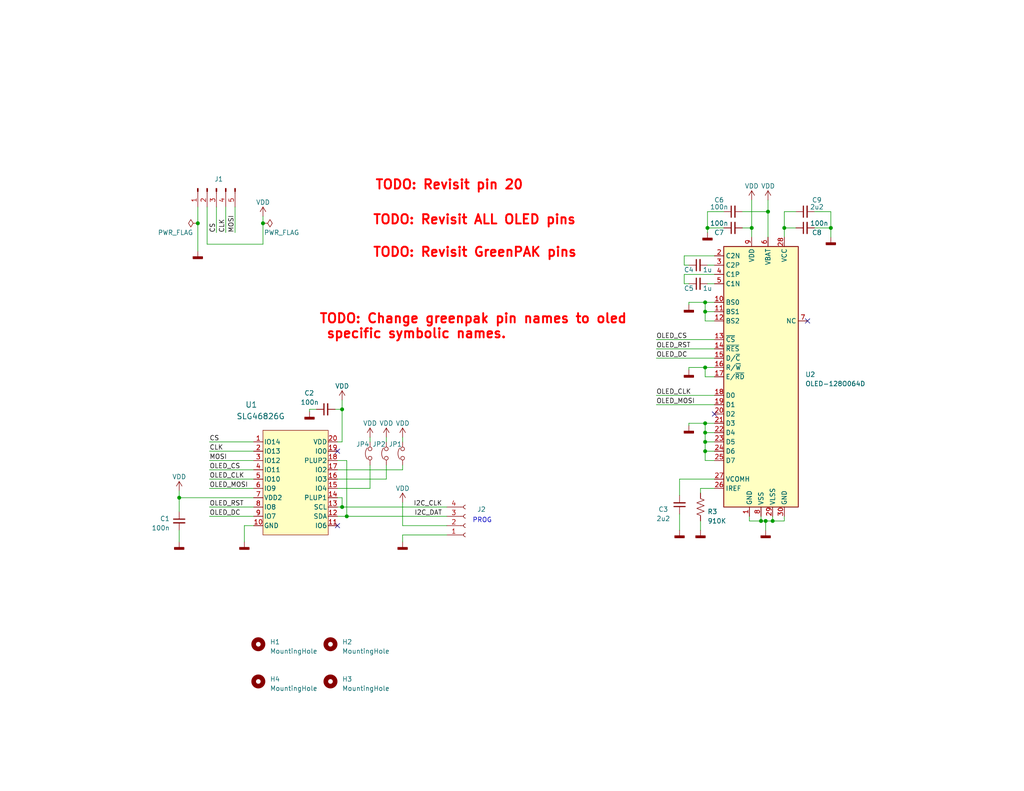
<source format=kicad_sch>
(kicad_sch (version 20230121) (generator eeschema)
  (paper "USLetter")
  (lib_symbols
    (symbol "Connector:Conn_01x04_Socket" (pin_names (offset 1.016) hide)
      (property "Reference" "J" (at 0 5.08 0))
      (property "Value" "Conn_01x04_Socket" (at 0 -7.62 0))
      (symbol "Conn_01x04_Socket_1_1"
        (arc (start 0 -4.572) (mid -0.5058 -5.08) (end 0 -5.588) (stroke (width 0.1524)))
        (arc (start 0 -2.032) (mid -0.5058 -2.54) (end 0 -3.048) (stroke (width 0.1524)))
        (polyline (pts (xy -1.27 -5.08) (xy -0.508 -5.08)) (stroke (width 0.1524)))
        (polyline (pts (xy -1.27 -2.54) (xy -0.508 -2.54)) (stroke (width 0.1524)))
        (polyline (pts (xy -1.27 0) (xy -0.508 0)) (stroke (width 0.1524)))
        (polyline (pts (xy -1.27 2.54) (xy -0.508 2.54)) (stroke (width 0.1524)))
        (arc (start 0 0.508) (mid -0.5058 0) (end 0 -0.508) (stroke (width 0.1524)))
        (arc (start 0 3.048) (mid -0.5058 2.54) (end 0 2.032) (stroke (width 0.1524)))
        (pin passive line (at -5.08 2.54 0) (length 3.81) (name "Pin_1") (number "1"))
        (pin passive line (at -5.08 0 0) (length 3.81) (name "Pin_2") (number "2"))
        (pin passive line (at -5.08 -2.54 0) (length 3.81) (name "Pin_3") (number "3"))
        (pin passive line (at -5.08 -5.08 0) (length 3.81) (name "Pin_4") (number "4"))
      )
    )
    (symbol "Connector:Conn_01x05_Pin" (pin_names (offset 1.016) hide)
      (property "Reference" "J" (at 0 7.62 0))
      (property "Value" "Conn_01x05_Pin" (at 0 -7.62 0))
      (symbol "Conn_01x05_Pin_1_1"
        (polyline (pts (xy 1.27 -5.08) (xy 0.8636 -5.08)) (stroke (width 0.1524)))
        (polyline (pts (xy 1.27 -2.54) (xy 0.8636 -2.54)) (stroke (width 0.1524)))
        (polyline (pts (xy 1.27 0) (xy 0.8636 0)) (stroke (width 0.1524)))
        (polyline (pts (xy 1.27 2.54) (xy 0.8636 2.54)) (stroke (width 0.1524)))
        (polyline (pts (xy 1.27 5.08) (xy 0.8636 5.08)) (stroke (width 0.1524)))
        (rectangle (start 0.8636 -4.953) (end 0 -5.207) (stroke (width 0.1524)) (fill (type outline)))
        (rectangle (start 0.8636 -2.413) (end 0 -2.667) (stroke (width 0.1524)) (fill (type outline)))
        (rectangle (start 0.8636 0.127) (end 0 -0.127) (stroke (width 0.1524)) (fill (type outline)))
        (rectangle (start 0.8636 2.667) (end 0 2.413) (stroke (width 0.1524)) (fill (type outline)))
        (rectangle (start 0.8636 5.207) (end 0 4.953) (stroke (width 0.1524)) (fill (type outline)))
        (pin passive line (at 5.08 5.08 180) (length 3.81) (name "Pin_1") (number "1"))
        (pin passive line (at 5.08 2.54 180) (length 3.81) (name "Pin_2") (number "2"))
        (pin passive line (at 5.08 0 180) (length 3.81) (name "Pin_3") (number "3"))
        (pin passive line (at 5.08 -2.54 180) (length 3.81) (name "Pin_4") (number "4"))
        (pin passive line (at 5.08 -5.08 180) (length 3.81) (name "Pin_5") (number "5"))
      )
    )
    (symbol "Device:C_Small" (pin_numbers hide) (pin_names (offset 0.254) hide)
      (property "Reference" "C" (at 0.254 1.778 0))
      (property "Value" "C_Small" (at 0.254 -2.032 0))
      (symbol "C_Small_0_1"
        (polyline (pts (xy -1.524 -0.508) (xy 1.524 -0.508)) (stroke (width 0.3302)))
        (polyline (pts (xy -1.524 0.508) (xy 1.524 0.508)) (stroke (width 0.3048)))
      )
      (symbol "C_Small_1_1"
        (pin passive line (at 0 2.54 270) (length 2.032) (name "~") (number "1"))
        (pin passive line (at 0 -2.54 90) (length 2.032) (name "~") (number "2"))
      )
    )
    (symbol "Device:R_US" (pin_numbers hide) (pin_names (offset 0))
      (property "Reference" "R" (at 2.54 0 90))
      (property "Value" "R_US" (at -2.54 0 90))
      (symbol "R_US_0_1"
        (polyline (pts (xy 0 -2.286) (xy 0 -2.54)))
        (polyline (pts (xy 0 2.286) (xy 0 2.54)))
        (polyline (pts (xy 0 -0.762) (xy 1.016 -1.143) (xy 0 -1.524) (xy -1.016 -1.905) (xy 0 -2.286)))
        (polyline (pts (xy 0 0.762) (xy 1.016 0.381) (xy 0 0) (xy -1.016 -0.381) (xy 0 -0.762)))
        (polyline (pts (xy 0 2.286) (xy 1.016 1.905) (xy 0 1.524) (xy -1.016 1.143) (xy 0 0.762)))
      )
      (symbol "R_US_1_1"
        (pin passive line (at 0 3.81 270) (length 1.27) (name "~") (number "1"))
        (pin passive line (at 0 -3.81 90) (length 1.27) (name "~") (number "2"))
      )
    )
    (symbol "Mechanical:MountingHole" (pin_names (offset 1.016))
      (property "Reference" "H" (at 0 5.08 0))
      (property "Value" "MountingHole" (at 0 3.175 0))
      (symbol "MountingHole_0_1"
        (circle (center 0 0) (radius 1.27) (stroke (width 1.27)))
      )
    )
    (symbol "addressable_oled:GND" (power) (pin_names (offset 0))
      (property "Value" "GND" (at 0 -3.175 0))
      (symbol "GND_0_1"
        (rectangle (start -1.27 -1.524) (end 1.27 -2.032) (stroke (width 0.254)) (fill (type outline)))
        (polyline (pts (xy 0 0) (xy 0 -1.524)))
      )
      (symbol "GND_1_1"
        (pin power_in line (at 0 0 270) (length 0) hide (name "GND") (number "1"))
      )
    )
    (symbol "addressable_oled:Jumper_2_Open" (pin_numbers hide) (pin_names (offset 0) hide)
      (property "Reference" "JP" (at 0 2.54 0))
      (symbol "Jumper_2_Open_0_0"
        (circle (center -1.27 0) (radius 0.508))
        (circle (center 1.27 0) (radius 0.508))
      )
      (symbol "Jumper_2_Open_0_1"
        (arc (start 1.524 0.762) (mid 0 1.27) (end -1.524 0.762))
      )
      (symbol "Jumper_2_Open_1_1"
        (pin passive line (at -3.175 0 0) (length 1.27) (name "1") (number "1"))
        (pin passive line (at 3.175 0 180) (length 1.27) (name "2") (number "2"))
      )
    )
    (symbol "addressable_oled:OLED-128O064D"
      (property "Reference" "U" (at -10.16 38.1 0))
      (property "Value" "OLED-128O064D" (at 17.145 38.735 0))
      (symbol "OLED-128O064D_0_1"
        (rectangle (start -10.16 35.56) (end 10.16 -35.56) (stroke (width 0.254)) (fill (type background)))
      )
      (symbol "OLED-128O064D_1_1"
        (pin power_in line (at -3.175 -38.1 90) (length 2.54) (name "GND") (number "1"))
        (pin input line (at -12.7 20.32 0) (length 2.54) (name "BS0") (number "10"))
        (pin input line (at -12.7 17.78 0) (length 2.54) (name "BS1") (number "11"))
        (pin input line (at -12.7 15.24 0) (length 2.54) (name "BS2") (number "12"))
        (pin input line (at -12.7 10.16 0) (length 2.54) (name "~{CS}") (number "13"))
        (pin input line (at -12.7 7.62 0) (length 2.54) (name "~{RES}") (number "14"))
        (pin input line (at -12.7 5.08 0) (length 2.54) (name "D/~{C}") (number "15"))
        (pin input line (at -12.7 2.54 0) (length 2.54) (name "R/~{W}") (number "16"))
        (pin input line (at -12.7 0 0) (length 2.54) (name "E/~{RD}") (number "17"))
        (pin passive line (at -12.7 -5.08 0) (length 2.54) (name "D0") (number "18"))
        (pin passive line (at -12.7 -7.62 0) (length 2.54) (name "D1") (number "19"))
        (pin passive line (at -12.7 33.02 0) (length 2.54) (name "C2N") (number "2"))
        (pin passive line (at -12.7 -10.16 0) (length 2.54) (name "D2") (number "20"))
        (pin passive line (at -12.7 -12.7 0) (length 2.54) (name "D3") (number "21"))
        (pin passive line (at -12.7 -15.24 0) (length 2.54) (name "D4") (number "22"))
        (pin passive line (at -12.7 -17.78 0) (length 2.54) (name "D5") (number "23"))
        (pin passive line (at -12.7 -20.32 0) (length 2.54) (name "D6") (number "24"))
        (pin passive line (at -12.7 -22.86 0) (length 2.54) (name "D7") (number "25"))
        (pin passive line (at -12.7 -30.48 0) (length 2.54) (name "IREF") (number "26"))
        (pin passive line (at -12.7 -27.94 0) (length 2.54) (name "VCOMH") (number "27"))
        (pin passive line (at 6.35 38.1 270) (length 2.54) (name "VCC") (number "28"))
        (pin power_in line (at 3.175 -38.1 90) (length 2.54) (name "VLSS") (number "29"))
        (pin passive line (at -12.7 30.48 0) (length 2.54) (name "C2P") (number "3"))
        (pin passive line (at 6.35 -38.1 90) (length 2.54) (name "GND") (number "30"))
        (pin passive line (at -12.7 27.94 0) (length 2.54) (name "C1P") (number "4"))
        (pin passive line (at -12.7 25.4 0) (length 2.54) (name "C1N") (number "5"))
        (pin power_in line (at 1.905 38.1 270) (length 2.54) (name "VBAT") (number "6"))
        (pin no_connect line (at 10.16 0 180) (length 2.54) hide (name "NC") (number "7"))
        (pin free line (at 12.7 15.24 180) (length 2.54) (name "NC") (number "7"))
        (pin power_in line (at 0 -38.1 90) (length 2.54) (name "VSS") (number "8"))
        (pin power_in line (at -2.54 38.1 270) (length 2.54) (name "VDD") (number "9"))
      )
    )
    (symbol "addressable_oled:SLG46826G" (pin_names (offset 0.254))
      (property "Reference" "U" (at 33.655 16.51 0))
      (property "Value" "SLG46826G" (at 38.1 13.97 0))
      (symbol "SLG46826G_1_1"
        (rectangle (start 7.62 3.175) (end 25.4 -25.4) (fill (type background)))
        (pin bidirectional line (at 5.08 0 0) (length 2.54) (name "IO14") (number "1"))
        (pin input line (at 5.08 -22.86 0) (length 2.54) (name "GND") (number "10"))
        (pin bidirectional line (at 27.94 -22.86 180) (length 2.54) (name "IO6") (number "11"))
        (pin bidirectional line (at 27.94 -20.32 180) (length 2.54) (name "SDA") (number "12"))
        (pin input line (at 27.94 -17.78 180) (length 2.54) (name "SCL") (number "13"))
        (pin bidirectional line (at 27.94 -15.24 180) (length 2.54) (name "PLUP1") (number "14"))
        (pin bidirectional line (at 27.94 -12.7 180) (length 2.54) (name "IO4") (number "15"))
        (pin bidirectional line (at 27.94 -10.16 180) (length 2.54) (name "IO3") (number "16"))
        (pin bidirectional line (at 27.94 -7.62 180) (length 2.54) (name "IO2") (number "17"))
        (pin bidirectional line (at 27.94 -5.08 180) (length 2.54) (name "PLUP2") (number "18"))
        (pin bidirectional line (at 27.94 -2.54 180) (length 2.54) (name "IO0") (number "19"))
        (pin bidirectional line (at 5.08 -2.54 0) (length 2.54) (name "IO13") (number "2"))
        (pin power_in line (at 27.94 0 180) (length 2.54) (name "VDD") (number "20"))
        (pin bidirectional line (at 5.08 -5.08 0) (length 2.54) (name "IO12") (number "3"))
        (pin bidirectional line (at 5.08 -7.62 0) (length 2.54) (name "IO11") (number "4"))
        (pin bidirectional line (at 5.08 -10.16 0) (length 2.54) (name "IO10") (number "5"))
        (pin bidirectional line (at 5.08 -12.7 0) (length 2.54) (name "IO9") (number "6"))
        (pin power_in line (at 5.08 -15.24 0) (length 2.54) (name "VDD2") (number "7"))
        (pin bidirectional line (at 5.08 -17.78 0) (length 2.54) (name "IO8") (number "8"))
        (pin bidirectional line (at 5.08 -20.32 0) (length 2.54) (name "IO7") (number "9"))
      )
    )
    (symbol "power:PWR_FLAG" (power) (pin_numbers hide) (pin_names (offset 0) hide)
      (property "Value" "PWR_FLAG" (at 0 3.81 0))
      (symbol "PWR_FLAG_0_0"
        (pin power_out line (at 0 0 90) (length 0) (name "pwr") (number "1"))
      )
      (symbol "PWR_FLAG_0_1"
        (polyline (pts (xy 0 0) (xy 0 1.27) (xy -1.016 1.905) (xy 0 2.54) (xy 1.016 1.905) (xy 0 1.27)))
      )
    )
    (symbol "power:VDD" (power) (pin_names (offset 0))
      (property "Value" "VDD" (at 0 3.81 0))
      (symbol "VDD_0_1"
        (polyline (pts (xy -0.762 1.27) (xy 0 2.54)))
        (polyline (pts (xy 0 0) (xy 0 2.54)))
        (polyline (pts (xy 0 2.54) (xy 0.762 1.27)))
      )
      (symbol "VDD_1_1"
        (pin power_in line (at 0 0 90) (length 0) hide (name "VDD") (number "1"))
      )
    )
  )
  (junction (at 192.405 115.57))
  (junction (at 71.755 60.96))
  (junction (at 192.405 100.33))
  (junction (at 207.645 142.24))
  (junction (at 93.345 138.43))
  (junction (at 192.405 123.19))
  (junction (at 192.405 120.65))
  (junction (at 208.915 142.24))
  (junction (at 213.995 62.23))
  (junction (at 48.895 135.89))
  (junction (at 192.405 82.55))
  (junction (at 226.695 62.23))
  (junction (at 192.405 85.09))
  (junction (at 53.975 60.96))
  (junction (at 94.615 140.97))
  (junction (at 192.405 118.11))
  (junction (at 209.55 57.785))
  (junction (at 93.345 111.76))
  (junction (at 210.82 142.24))
  (junction (at 193.04 62.23))
  (junction (at 205.105 62.23))
  (no_connect (at 92.075 143.51))
  (no_connect (at 194.945 113.03))
  (no_connect (at 220.345 87.63))
  (no_connect (at 92.075 123.19))
  (wire (pts (xy 187.96 72.39) (xy 186.69 72.39)))
  (wire (pts (xy 186.69 72.39) (xy 186.69 69.85)))
  (wire (pts (xy 194.945 100.33) (xy 192.405 100.33)))
  (wire (pts (xy 92.075 125.73) (xy 94.615 125.73)))
  (wire (pts (xy 56.515 56.515) (xy 56.515 66.675)))
  (wire (pts (xy 121.92 143.51) (xy 109.855 143.51)))
  (wire (pts (xy 92.075 135.89) (xy 93.345 135.89)))
  (wire (pts (xy 61.595 56.515) (xy 61.595 63.5)))
  (wire (pts (xy 179.07 92.71) (xy 194.945 92.71)))
  (wire (pts (xy 92.075 138.43) (xy 93.345 138.43)))
  (wire (pts (xy 209.55 57.785) (xy 209.55 64.77)))
  (wire (pts (xy 92.075 140.97) (xy 94.615 140.97)))
  (wire (pts (xy 109.855 146.05) (xy 109.855 147.955)))
  (wire (pts (xy 192.405 85.09) (xy 194.945 85.09)))
  (wire (pts (xy 57.15 138.43) (xy 69.215 138.43)))
  (wire (pts (xy 59.055 56.515) (xy 59.055 63.5)))
  (wire (pts (xy 57.15 130.81) (xy 69.215 130.81)))
  (wire (pts (xy 179.07 110.49) (xy 194.945 110.49)))
  (wire (pts (xy 71.755 66.675) (xy 71.755 60.96)))
  (wire (pts (xy 179.07 107.95) (xy 194.945 107.95)))
  (wire (pts (xy 48.895 144.78) (xy 48.895 147.955)))
  (wire (pts (xy 57.15 140.97) (xy 69.215 140.97)))
  (wire (pts (xy 192.405 85.09) (xy 192.405 82.55)))
  (wire (pts (xy 71.755 60.96) (xy 71.755 59.055)))
  (wire (pts (xy 91.44 111.76) (xy 93.345 111.76)))
  (wire (pts (xy 194.945 125.73) (xy 192.405 125.73)))
  (wire (pts (xy 210.82 140.97) (xy 210.82 142.24)))
  (wire (pts (xy 57.15 133.35) (xy 69.215 133.35)))
  (wire (pts (xy 192.405 118.11) (xy 192.405 115.57)))
  (wire (pts (xy 84.455 111.76) (xy 84.455 112.395)))
  (wire (pts (xy 93.345 111.76) (xy 93.345 120.65)))
  (wire (pts (xy 48.895 135.89) (xy 48.895 139.7)))
  (wire (pts (xy 109.855 137.16) (xy 109.855 143.51)))
  (wire (pts (xy 57.15 123.19) (xy 69.215 123.19)))
  (wire (pts (xy 56.515 66.675) (xy 71.755 66.675)))
  (wire (pts (xy 209.55 54.61) (xy 209.55 57.785)))
  (wire (pts (xy 92.075 128.27) (xy 109.855 128.27)))
  (wire (pts (xy 57.15 125.73) (xy 69.215 125.73)))
  (wire (pts (xy 53.975 60.96) (xy 53.975 68.58)))
  (wire (pts (xy 192.405 100.33) (xy 192.405 102.87)))
  (wire (pts (xy 204.47 140.97) (xy 204.47 142.24)))
  (wire (pts (xy 185.42 130.81) (xy 185.42 135.255)))
  (wire (pts (xy 57.15 128.27) (xy 69.215 128.27)))
  (wire (pts (xy 213.995 62.23) (xy 213.995 64.77)))
  (wire (pts (xy 192.405 120.65) (xy 194.945 120.65)))
  (wire (pts (xy 48.895 133.985) (xy 48.895 135.89)))
  (wire (pts (xy 92.075 130.81) (xy 105.41 130.81)))
  (wire (pts (xy 186.69 77.47) (xy 187.96 77.47)))
  (wire (pts (xy 192.405 123.19) (xy 192.405 120.65)))
  (wire (pts (xy 187.96 82.55) (xy 187.96 83.185)))
  (wire (pts (xy 192.405 115.57) (xy 194.945 115.57)))
  (wire (pts (xy 226.695 62.23) (xy 226.695 64.77)))
  (wire (pts (xy 194.945 133.35) (xy 191.135 133.35)))
  (wire (pts (xy 92.075 120.65) (xy 93.345 120.65)))
  (wire (pts (xy 186.69 69.85) (xy 194.945 69.85)))
  (wire (pts (xy 217.17 57.785) (xy 213.995 57.785)))
  (wire (pts (xy 94.615 125.73) (xy 94.615 140.97)))
  (wire (pts (xy 186.69 74.93) (xy 186.69 77.47)))
  (wire (pts (xy 205.105 62.23) (xy 205.105 64.77)))
  (wire (pts (xy 57.15 120.65) (xy 69.215 120.65)))
  (wire (pts (xy 187.96 115.57) (xy 187.96 116.205)))
  (wire (pts (xy 66.675 143.51) (xy 66.675 147.955)))
  (wire (pts (xy 93.345 138.43) (xy 121.92 138.43)))
  (wire (pts (xy 217.17 62.23) (xy 213.995 62.23)))
  (wire (pts (xy 94.615 140.97) (xy 121.92 140.97)))
  (wire (pts (xy 210.82 142.24) (xy 213.995 142.24)))
  (wire (pts (xy 179.07 95.25) (xy 194.945 95.25)))
  (wire (pts (xy 192.405 123.19) (xy 194.945 123.19)))
  (wire (pts (xy 179.07 97.79) (xy 194.945 97.79)))
  (wire (pts (xy 191.135 133.35) (xy 191.135 134.62)))
  (wire (pts (xy 205.105 54.61) (xy 205.105 62.23)))
  (wire (pts (xy 93.345 135.89) (xy 93.345 138.43)))
  (wire (pts (xy 222.25 62.23) (xy 226.695 62.23)))
  (wire (pts (xy 191.135 142.24) (xy 191.135 144.78)))
  (wire (pts (xy 193.04 62.23) (xy 197.485 62.23)))
  (wire (pts (xy 208.915 142.24) (xy 210.82 142.24)))
  (wire (pts (xy 213.995 57.785) (xy 213.995 62.23)))
  (wire (pts (xy 222.25 57.785) (xy 226.695 57.785)))
  (wire (pts (xy 109.855 119.38) (xy 109.855 120.65)))
  (wire (pts (xy 193.04 77.47) (xy 194.945 77.47)))
  (wire (pts (xy 202.565 57.785) (xy 209.55 57.785)))
  (wire (pts (xy 69.215 135.89) (xy 48.895 135.89)))
  (wire (pts (xy 202.565 62.23) (xy 205.105 62.23)))
  (wire (pts (xy 93.345 109.22) (xy 93.345 111.76)))
  (wire (pts (xy 92.075 133.35) (xy 100.965 133.35)))
  (wire (pts (xy 100.965 119.38) (xy 100.965 120.65)))
  (wire (pts (xy 86.36 111.76) (xy 84.455 111.76)))
  (wire (pts (xy 187.96 115.57) (xy 192.405 115.57)))
  (wire (pts (xy 193.04 72.39) (xy 194.945 72.39)))
  (wire (pts (xy 192.405 87.63) (xy 192.405 85.09)))
  (wire (pts (xy 207.645 140.97) (xy 207.645 142.24)))
  (wire (pts (xy 204.47 142.24) (xy 207.645 142.24)))
  (wire (pts (xy 192.405 120.65) (xy 192.405 118.11)))
  (wire (pts (xy 226.695 57.785) (xy 226.695 62.23)))
  (wire (pts (xy 192.405 118.11) (xy 194.945 118.11)))
  (wire (pts (xy 187.96 100.33) (xy 187.96 100.965)))
  (wire (pts (xy 193.04 57.785) (xy 193.04 62.23)))
  (wire (pts (xy 192.405 82.55) (xy 187.96 82.55)))
  (wire (pts (xy 194.945 74.93) (xy 186.69 74.93)))
  (wire (pts (xy 208.915 142.24) (xy 208.915 144.78)))
  (wire (pts (xy 53.975 56.515) (xy 53.975 60.96)))
  (wire (pts (xy 109.855 128.27) (xy 109.855 127)))
  (wire (pts (xy 193.04 62.23) (xy 193.04 63.5)))
  (wire (pts (xy 105.41 130.81) (xy 105.41 127)))
  (wire (pts (xy 197.485 57.785) (xy 193.04 57.785)))
  (wire (pts (xy 192.405 82.55) (xy 194.945 82.55)))
  (wire (pts (xy 213.995 142.24) (xy 213.995 140.97)))
  (wire (pts (xy 121.92 146.05) (xy 109.855 146.05)))
  (wire (pts (xy 185.42 140.335) (xy 185.42 144.78)))
  (wire (pts (xy 100.965 133.35) (xy 100.965 127)))
  (wire (pts (xy 105.41 119.38) (xy 105.41 120.65)))
  (wire (pts (xy 192.405 100.33) (xy 187.96 100.33)))
  (wire (pts (xy 194.945 102.87) (xy 192.405 102.87)))
  (wire (pts (xy 64.135 56.515) (xy 64.135 63.5)))
  (wire (pts (xy 207.645 142.24) (xy 208.915 142.24)))
  (wire (pts (xy 185.42 130.81) (xy 194.945 130.81)))
  (wire (pts (xy 194.945 87.63) (xy 192.405 87.63)))
  (wire (pts (xy 192.405 125.73) (xy 192.405 123.19)))
  (wire (pts (xy 69.215 143.51) (xy 66.675 143.51)))
  (text "TODO: Revisit pin 20" (at 102.235 52.07 0) (effects (font (size 2.54 2.54) (thickness 0.508) bold) (justify left bottom)))
  (text "PROG" (at 128.905 142.875 0) (effects (font (size 1.27 1.27)) (justify left bottom)))
  (text "TODO: Change greenpak pin names to oled\n specific symbolic names." (at 86.995 92.71 0) (effects (font (size 2.54 2.54) (thickness 0.508) bold) (justify left bottom)))
  (text "TODO: Revisit ALL OLED pins" (at 101.6 61.595 0) (effects (font (size 2.54 2.54) (thickness 0.508) bold) (justify left bottom)))
  (text "TODO: Revisit GreenPAK pins" (at 101.6 70.485 0) (effects (font (size 2.54 2.54) (thickness 0.508) bold) (justify left bottom)))
  (label "CLK" (at 61.595 63.5 90))
  (label "OLED_MOSI" (at 57.15 133.35 0))
  (label "MOSI" (at 64.135 63.5 90))
  (label "OLED_RST" (at 57.15 138.43 0))
  (label "OLED_CLK" (at 57.15 130.81 0))
  (label "OLED_DC" (at 57.15 140.97 0))
  (label "MOSI" (at 57.15 125.73 0))
  (label "OLED_MOSI" (at 179.07 110.49 0))
  (label "OLED_CLK" (at 179.07 107.95 0))
  (label "CLK" (at 57.15 123.19 0))
  (label "CS" (at 57.15 120.65 0))
  (label "OLED_CS" (at 179.07 92.71 0))
  (label "CS" (at 59.055 63.5 90))
  (label "I2C_CLK" (at 120.65 138.43 180))
  (label "OLED_DC" (at 179.07 97.79 0))
  (label "OLED_RST" (at 179.07 95.25 0))
  (label "OLED_CS" (at 57.15 128.27 0))
  (label "I2C_DAT" (at 120.65 140.97 180))
  (symbol (lib_id "addressable_oled:Jumper_2_Open") (at 105.41 123.825 90) (unit 1)
    (property "Reference" "JP2" (at 101.6 121.285 90) (effects (justify right)))
    (property "Value" "Jumper_2_Open" (effects hide))
    (property "Footprint" "addressable_oled:SolderJumper-2_P1.3mm_Open_Pad1.0x1.5mm" (effects hide))
  )
  (symbol (lib_id "addressable_oled:GND") (at 185.42 144.78 0) (unit 1)
    (property "Reference" "#PWR014" (effects hide))
    (property "Value" "GND" (effects hide))
  )
  (symbol (lib_id "Device:R_US") (at 191.135 138.43 0) (unit 1)
    (property "Reference" "R3" (at 193.04 139.7 0) (effects (justify left)))
    (property "Value" "910K" (at 193.04 142.24 0) (effects (justify left)))
    (property "Footprint" "addressable_oled:R_0603_1608Metric" (effects hide))
  )
  (symbol (lib_id "addressable_oled:GND") (at 187.96 116.205 0) (unit 1)
    (property "Reference" "#PWR017" (effects hide))
    (property "Value" "GND" (effects hide))
  )
  (symbol (lib_id "power:VDD") (at 109.855 119.38 0) (unit 1)
    (property "Reference" "#PWR010" (effects hide))
    (property "Value" "VDD" (at 109.855 115.57 0))
  )
  (symbol (lib_id "addressable_oled:GND") (at 191.135 144.78 0) (unit 1)
    (property "Reference" "#PWR018" (effects hide))
    (property "Value" "GND" (effects hide))
  )
  (symbol (lib_id "Device:C_Small") (at 185.42 137.795 180) (unit 1)
    (property "Reference" "C3" (at 180.975 139.065 0))
    (property "Value" "2u2" (at 180.975 141.605 0))
    (property "Footprint" "addressable_oled:C_0603_1608Metric" (effects hide))
  )
  (symbol (lib_id "Connector:Conn_01x05_Pin") (at 59.055 51.435 90) (mirror x) (unit 1)
    (property "Reference" "J1" (at 59.69 48.895 90))
    (property "Value" "Conn_01x05_Pin" (effects hide))
    (property "Footprint" "addressable_oled:PinHeader_1x05_P2.54mm_Vertical" (effects hide))
  )
  (symbol (lib_id "Device:C_Small") (at 200.025 62.23 90) (unit 1)
    (property "Reference" "C7" (at 196.215 63.5 90))
    (property "Value" "100n" (at 196.215 60.96 90))
    (property "Footprint" "addressable_oled:C_0603_1608Metric" (effects hide))
  )
  (symbol (lib_id "addressable_oled:GND") (at 109.855 147.955 0) (unit 1)
    (property "Reference" "#PWR011" (effects hide))
    (property "Value" "GND" (effects hide))
  )
  (symbol (lib_id "addressable_oled:GND") (at 226.695 64.77 0) (unit 1)
    (property "Reference" "#PWR023" (effects hide))
    (property "Value" "GND" (effects hide))
  )
  (symbol (lib_id "power:VDD") (at 109.855 137.16 0) (unit 1)
    (property "Reference" "#PWR012" (effects hide))
    (property "Value" "VDD" (at 109.855 133.35 0))
  )
  (symbol (lib_id "Mechanical:MountingHole") (at 90.17 186.055 0) (unit 1)
    (property "Reference" "H3" (at 93.345 185.42 0) (effects (justify left)))
    (property "Value" "MountingHole" (at 93.345 187.96 0) (effects (justify left)))
    (property "Footprint" "addressable_oled:MountingHole" (effects hide))
  )
  (symbol (lib_id "Mechanical:MountingHole") (at 70.485 186.055 0) (unit 1)
    (property "Reference" "H4" (at 73.66 185.42 0) (effects (justify left)))
    (property "Value" "MountingHole" (at 73.66 187.96 0) (effects (justify left)))
    (property "Footprint" "addressable_oled:MountingHole" (effects hide))
  )
  (symbol (lib_id "power:VDD") (at 205.105 54.61 0) (unit 1)
    (property "Reference" "#PWR020" (effects hide))
    (property "Value" "VDD" (at 205.105 50.8 0))
  )
  (symbol (lib_id "power:PWR_FLAG") (at 71.755 60.96 270) (unit 1)
    (property "Reference" "#FLG02" (effects hide))
    (property "Value" "PWR_FLAG" (at 76.835 63.5 90))
  )
  (symbol (lib_id "Device:C_Small") (at 200.025 57.785 90) (unit 1)
    (property "Reference" "C6" (at 196.215 54.61 90))
    (property "Value" "100n" (at 196.215 56.515 90))
    (property "Footprint" "addressable_oled:C_0603_1608Metric" (effects hide))
  )
  (symbol (lib_id "addressable_oled:OLED-128O064D") (at 207.645 102.87 0) (unit 1)
    (property "Reference" "U2" (at 219.71 102.235 0) (effects (justify left)))
    (property "Value" "OLED-128O064D" (at 219.71 104.775 0) (effects (justify left)))
    (property "Footprint" "addressable_oled:OLED-128O064D" (effects hide))
    (property "Datasheet" "https://www.vishay.com/docs/37902/oled128o064dbpp3n00000.pdf" (effects hide))
  )
  (symbol (lib_id "power:VDD") (at 209.55 54.61 0) (unit 1)
    (property "Reference" "#PWR022" (effects hide))
    (property "Value" "VDD" (at 209.55 50.8 0))
  )
  (symbol (lib_id "power:VDD") (at 48.895 133.985 0) (unit 1)
    (property "Reference" "#PWR01" (effects hide))
    (property "Value" "VDD" (at 48.895 130.175 0))
  )
  (symbol (lib_id "addressable_oled:GND") (at 53.975 68.58 0) (unit 1)
    (property "Reference" "#PWR03" (effects hide))
    (property "Value" "GND" (effects hide))
  )
  (symbol (lib_id "Device:C_Small") (at 190.5 72.39 90) (unit 1)
    (property "Reference" "C4" (at 187.96 73.66 90))
    (property "Value" "1u" (at 193.04 73.66 90))
    (property "Footprint" "addressable_oled:C_0603_1608Metric" (effects hide))
  )
  (symbol (lib_id "addressable_oled:Jumper_2_Open") (at 109.855 123.825 90) (unit 1)
    (property "Reference" "JP1" (at 106.045 121.285 90) (effects (justify right)))
    (property "Value" "Jumper_2_Open" (effects hide))
    (property "Footprint" "addressable_oled:SolderJumper-2_P1.3mm_Open_Pad1.0x1.5mm" (effects hide))
  )
  (symbol (lib_id "addressable_oled:GND") (at 208.915 144.78 0) (unit 1)
    (property "Reference" "#PWR021" (effects hide))
    (property "Value" "GND" (effects hide))
  )
  (symbol (lib_id "Mechanical:MountingHole") (at 70.485 175.895 0) (unit 1)
    (property "Reference" "H1" (at 73.66 175.26 0) (effects (justify left)))
    (property "Value" "MountingHole" (at 73.66 177.8 0) (effects (justify left)))
    (property "Footprint" "addressable_oled:MountingHole" (effects hide))
  )
  (symbol (lib_id "Connector:Conn_01x04_Socket") (at 127 143.51 0) (mirror x) (unit 1)
    (property "Reference" "J2" (at 130.175 139.065 0) (effects (justify left)))
    (property "Value" "Conn_01x03_Socket" (effects hide))
    (property "Footprint" "addressable_oled:PinHeader_1x04_P2.54mm_Vertical" (effects hide))
  )
  (symbol (lib_id "addressable_oled:GND") (at 193.04 63.5 0) (unit 1)
    (property "Reference" "#PWR019" (effects hide))
    (property "Value" "GND" (effects hide))
  )
  (symbol (lib_id "addressable_oled:SLG46826G") (at 64.135 120.65 0) (unit 1)
    (property "Reference" "U1" (at 68.58 110.49 0) (effects (font (size 1.524 1.524))))
    (property "Value" "SLG46826G" (at 71.12 113.665 0) (effects (font (size 1.524 1.524))))
    (property "Footprint" "addressable_oled:TSSOP20_MO-220_WECE_REN" (effects hide))
    (property "Datasheet" "SLG46826G" (effects hide))
  )
  (symbol (lib_id "addressable_oled:GND") (at 187.96 100.965 0) (unit 1)
    (property "Reference" "#PWR016" (effects hide))
    (property "Value" "GND" (effects hide))
  )
  (symbol (lib_id "power:VDD") (at 93.345 109.22 0) (unit 1)
    (property "Reference" "#PWR07" (effects hide))
    (property "Value" "VDD" (at 93.345 105.41 0))
  )
  (symbol (lib_id "Device:C_Small") (at 219.71 62.23 90) (unit 1)
    (property "Reference" "C8" (at 222.885 63.5 90))
    (property "Value" "100n" (at 223.52 60.96 90))
    (property "Footprint" "addressable_oled:C_0603_1608Metric" (effects hide))
  )
  (symbol (lib_id "power:VDD") (at 71.755 59.055 0) (unit 1)
    (property "Reference" "#PWR05" (effects hide))
    (property "Value" "VDD" (at 71.755 55.245 0))
  )
  (symbol (lib_id "Device:C_Small") (at 219.71 57.785 90) (unit 1)
    (property "Reference" "C9" (at 222.885 54.61 90))
    (property "Value" "2u2" (at 222.885 56.515 90))
    (property "Footprint" "addressable_oled:C_0603_1608Metric" (effects hide))
  )
  (symbol (lib_id "addressable_oled:GND") (at 66.675 147.955 0) (unit 1)
    (property "Reference" "#PWR04" (effects hide))
    (property "Value" "GND" (effects hide))
  )
  (symbol (lib_id "Mechanical:MountingHole") (at 90.17 175.895 0) (unit 1)
    (property "Reference" "H2" (at 93.345 175.26 0) (effects (justify left)))
    (property "Value" "MountingHole" (at 93.345 177.8 0) (effects (justify left)))
    (property "Footprint" "addressable_oled:MountingHole" (effects hide))
  )
  (symbol (lib_id "Device:C_Small") (at 48.895 142.24 0) (mirror y) (unit 1)
    (property "Reference" "C1" (at 46.355 141.6113 0) (effects (justify left)))
    (property "Value" "100n" (at 46.355 144.1513 0) (effects (justify left)))
    (property "Footprint" "addressable_oled:C_0603_1608Metric" (effects hide))
  )
  (symbol (lib_id "power:VDD") (at 105.41 119.38 0) (unit 1)
    (property "Reference" "#PWR09" (effects hide))
    (property "Value" "VDD" (at 105.41 115.57 0))
  )
  (symbol (lib_id "Device:C_Small") (at 190.5 77.47 90) (unit 1)
    (property "Reference" "C5" (at 187.96 78.74 90))
    (property "Value" "1u" (at 193.04 78.74 90))
    (property "Footprint" "addressable_oled:C_0603_1608Metric" (effects hide))
  )
  (symbol (lib_id "addressable_oled:GND") (at 187.96 83.185 0) (unit 1)
    (property "Reference" "#PWR015" (effects hide))
    (property "Value" "GND" (effects hide))
  )
  (symbol (lib_id "power:VDD") (at 100.965 119.38 0) (unit 1)
    (property "Reference" "#PWR08" (effects hide))
    (property "Value" "VDD" (at 100.965 115.57 0))
  )
  (symbol (lib_id "addressable_oled:GND") (at 84.455 112.395 0) (unit 1)
    (property "Reference" "#PWR06" (effects hide))
    (property "Value" "GND" (effects hide))
  )
  (symbol (lib_id "power:PWR_FLAG") (at 53.975 60.96 90) (unit 1)
    (property "Reference" "#FLG01" (effects hide))
    (property "Value" "PWR_FLAG" (at 52.705 63.5 90) (effects (justify left)))
  )
  (symbol (lib_id "addressable_oled:GND") (at 48.895 147.955 0) (unit 1)
    (property "Reference" "#PWR02" (effects hide))
    (property "Value" "GND" (effects hide))
  )
  (symbol (lib_id "addressable_oled:Jumper_2_Open") (at 100.965 123.825 90) (unit 1)
    (property "Reference" "JP4" (at 97.155 121.285 90) (effects (justify right)))
    (property "Value" "Jumper_2_Open" (effects hide))
    (property "Footprint" "addressable_oled:SolderJumper-2_P1.3mm_Open_Pad1.0x1.5mm" (effects hide))
  )
  (symbol (lib_id "Device:C_Small") (at 88.9 111.76 90) (unit 1)
    (property "Reference" "C2" (at 85.725 107.315 90) (effects (justify left)))
    (property "Value" "100n" (at 86.995 109.855 90) (effects (justify left)))
    (property "Footprint" "addressable_oled:C_0603_1608Metric" (effects hide))
  )
)
</source>
